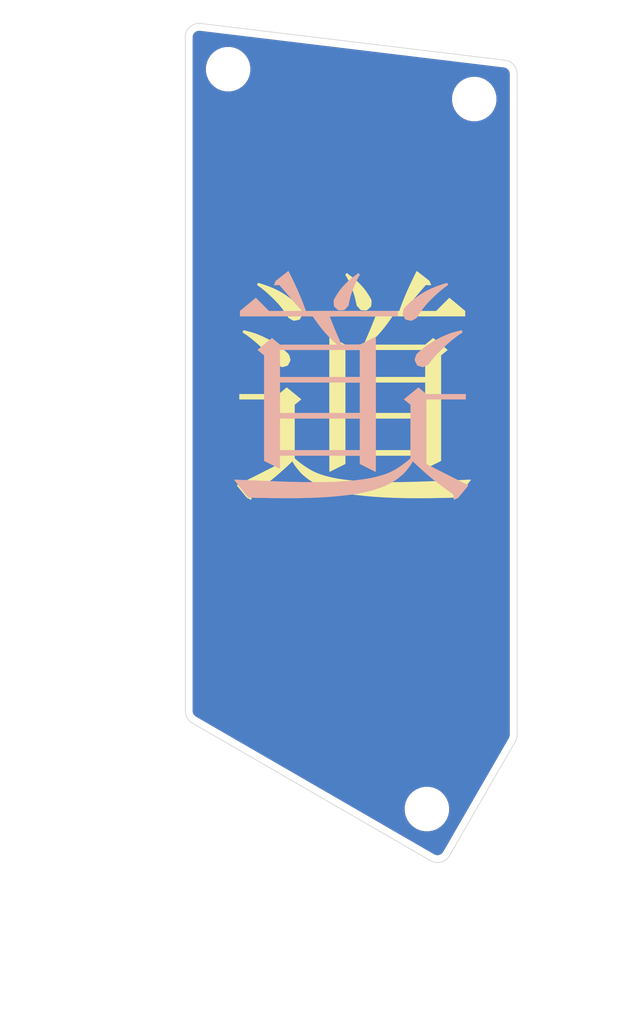
<source format=kicad_pcb>
(kicad_pcb (version 20211014) (generator pcbnew)
  (layers (0 "F.Cu" signal) (31 "B.Cu" signal) (34 "B.Paste" user) (35 "F.Paste" user) (36 "B.SilkS" user "B.Silkscreen") (37 "F.SilkS" user "F.Silkscreen") (38 "B.Mask" user) (39 "F.Mask" user) (44 "Edge.Cuts" user))
  (net 0 "")
  (footprint "MountingHole:MountingHole_2.2mm_M2" (layer "F.Cu") (at 97.9 41.176447)
    (fp_text reference "REF**" hide)
    (fp_text value "MountingHole_2.2mm_M2")
    (pad "" np_thru_hole circle locked (at 0 0) (size 2.2 2.2) (drill 2.2) (layers *.Cu *.Mask))
  )
  (footprint "MountingHole:MountingHole_2.2mm_M2" (layer "F.Cu") (at 80.099999 39.019699)
    (fp_text reference "REF**" hide)
    (fp_text value "MountingHole_2.2mm_M2")
    (pad "" np_thru_hole circle locked (at 0 0) (size 2.2 2.2) (drill 2.2) (layers *.Cu *.Mask))
  )
  (footprint "MountingHole:MountingHole_2.2mm_M2" (layer "F.Cu") (at 94.474417 92.47953)
    (fp_text reference "REF**" hide)
    (fp_text value "MountingHole_2.2mm_M2")
    (pad "" np_thru_hole circle locked (at 0 0) (size 2.2 2.2) (drill 2.2) (layers *.Cu *.Mask))
  )
  (footprint "dao-choc-ble:dao-logo" (layer "F.Cu") (at 89.099999 62.019699)
    (fp_text reference "G***" hide)
    (fp_text value "LOGO" hide)
    (fp_poly (pts (xy -6.801522 -7.551796) (xy -6.75518 -7.538639) (xy -6.688159 -7.518468) (xy -6.605203 -7.492721) (xy -6.511057 -7.462834) (xy -6.476264 -7.451637) (xy -6.082023 -7.313649) (xy -5.716473 -7.163519) (xy -5.378819 -7.000879) (xy -5.068264 -6.825358) (xy -4.913313 -6.726267) (xy -4.735231 -6.60514) (xy -4.578505 -6.493249) (xy -4.436338 -6.385146) (xy -4.301938 -6.275382) (xy -4.168508 -6.158509) (xy -4.029254 -6.029078) (xy -3.956105 -5.958713) (xy -3.713272 -5.722938) (xy -3.665499 -5.508625) (xy -3.617725 -5.294313) (xy -3.723288 -5.102511) (xy -3.828851 -4.910708) (xy -4.022117 -4.868354) (xy -4.099076 -4.852059) (xy -4.16692 -4.838746) (xy -4.218443 -4.829758) (xy -4.246437 -4.82644) (xy -4.246847 -4.826443) (xy -4.27223 -4.834215) (xy -4.31845 -4.855082) (xy -4.379055 -4.885913) (xy -4.447593 -4.923576) (xy -4.451251 -4.925661) (xy -4.624189 -5.024438) (xy -4.73992 -5.202083) (xy -4.833928 -5.34305) (xy -4.934051 -5.487259) (xy -5.035434 -5.628041) (xy -5.133222 -5.758725) (xy -5.222561 -5.872644) (xy -5.268989 -5.928874) (xy -5.389788 -6.066139) (xy -5.528225 -6.214088) (xy -5.679997 -6.368727) (xy -5.840802 -6.526059) (xy -6.006338 -6.682087) (xy -6.172302 -6.832818) (xy -6.334393 -6.974253) (xy -6.488309 -7.102398) (xy -6.629746 -7.213257) (xy -6.731 -7.286798) (xy -6.794106 -7.330646) (xy -6.847111 -7.367554) (xy -6.884922 -7.393971) (xy -6.902443 -7.406341) (xy -6.902983 -7.406747) (xy -6.902263 -7.424055) (xy -6.888987 -7.457492) (xy -6.86856 -7.497006) (xy -6.846388 -7.532547) (xy -6.827878 -7.554063) (xy -6.822438 -7.5565) (xy -6.801522 -7.551796)) (layer "F.SilkS") (width 0.01) (fill solid))
    (fp_poly (pts (xy -0.310778 -8.185853) (xy -0.24628 -8.132677) (xy -0.172737 -8.076501) (xy -0.111125 -8.032954) (xy 0.026505 -7.933446) (xy 0.175569 -7.811875) (xy 0.330809 -7.673182) (xy 0.486965 -7.522313) (xy 0.638778 -7.364209) (xy 0.78099 -7.203815) (xy 0.817994 -7.159625) (xy 0.888578 -7.06948) (xy 0.968686 -6.959415) (xy 1.052905 -6.837526) (xy 1.135821 -6.711911) (xy 1.212021 -6.590666) (xy 1.276092 -6.481889) (xy 1.299047 -6.440063) (xy 1.331305 -6.377479) (xy 1.350791 -6.330845) (xy 1.360529 -6.28857) (xy 1.363545 -6.239065) (xy 1.363278 -6.194) (xy 1.360799 -6.11553) (xy 1.356294 -6.03184) (xy 1.351371 -5.968304) (xy 1.341437 -5.86442) (xy 1.182687 -5.718471) (xy 1.125421 -5.665393) (xy 1.081527 -5.626397) (xy 1.044696 -5.599651) (xy 1.008616 -5.583326) (xy 0.966979 -5.575589) (xy 0.913474 -5.574611) (xy 0.84179 -5.578561) (xy 0.745619 -5.585608) (xy 0.728878 -5.586806) (xy 0.592568 -5.596456) (xy 0.505636 -5.691447) (xy 0.452989 -5.749052) (xy 0.398094 -5.809241) (xy 0.352721 -5.859106) (xy 0.352226 -5.859651) (xy 0.317095 -5.902138) (xy 0.293001 -5.938534) (xy 0.28575 -5.95782) (xy 0.281946 -5.993771) (xy 0.271432 -6.054421) (xy 0.255548 -6.133758) (xy 0.235636 -6.225769) (xy 0.213039 -6.324442) (xy 0.189098 -6.423764) (xy 0.165155 -6.517724) (xy 0.142553 -6.600307) (xy 0.141636 -6.603496) (xy 0.10128 -6.735107) (xy 0.052813 -6.879316) (xy -0.001945 -7.031727) (xy -0.061176 -7.187946) (xy -0.12306 -7.343577) (xy -0.185777 -7.494226) (xy -0.247509 -7.635496) (xy -0.306436 -7.762993) (xy -0.360739 -7.872322) (xy -0.408599 -7.959087) (xy -0.439171 -8.006709) (xy -0.481372 -8.066748) (xy -0.50649 -8.107675) (xy -0.515516 -8.136484) (xy -0.50944 -8.160167) (xy -0.489253 -8.185717) (xy -0.467687 -8.208016) (xy -0.407243 -8.269917) (xy -0.310778 -8.185853)) (layer "F.SilkS") (width 0.01) (fill solid))
    (fp_poly (pts (xy -7.873017 -4.130915) (xy -7.829828 -4.122578) (xy -7.765462 -4.107973) (xy -7.684603 -4.088303) (xy -7.591935 -4.064768) (xy -7.492142 -4.038569) (xy -7.389907 -4.010907) (xy -7.289914 -3.982982) (xy -7.196846 -3.955995) (xy -7.151688 -3.942409) (xy -7.028048 -3.900744) (xy -6.883223 -3.845402) (xy -6.723231 -3.779083) (xy -6.55409 -3.704486) (xy -6.381815 -3.624309) (xy -6.212425 -3.541252) (xy -6.051936 -3.458014) (xy -5.961063 -3.408349) (xy -5.743696 -3.279543) (xy -5.519478 -3.133181) (xy -5.295968 -2.974813) (xy -5.080728 -2.809987) (xy -4.881316 -2.644252) (xy -4.720558 -2.497875) (xy -4.672799 -2.451498) (xy -4.639029 -2.414989) (xy -4.614603 -2.380367) (xy -4.594879 -2.339656) (xy -4.575213 -2.284876) (xy -4.55096 -2.208047) (xy -4.549902 -2.204636) (xy -4.527639 -2.130844) (xy -4.509415 -2.066517) (xy -4.497115 -2.018591) (xy -4.492625 -1.994048) (xy -4.499465 -1.970652) (xy -4.518165 -1.925259) (xy -4.545997 -1.864074) (xy -4.580231 -1.7933) (xy -4.586061 -1.781619) (xy -4.679497 -1.595226) (xy -4.820218 -1.549162) (xy -4.91317 -1.518311) (xy -4.982152 -1.496036) (xy -5.033816 -1.482526) (xy -5.074814 -1.477968) (xy -5.111798 -1.48255) (xy -5.151419 -1.496459) (xy -5.200329 -1.519883) (xy -5.265181 -1.55301) (xy -5.283469 -1.562231) (xy -5.478758 -1.660127) (xy -5.601977 -1.822137) (xy -5.706722 -1.957639) (xy -5.806468 -2.081515) (xy -5.906288 -2.199507) (xy -6.011255 -2.317355) (xy -6.126442 -2.440801) (xy -6.256922 -2.575587) (xy -6.357131 -2.676809) (xy -6.513729 -2.829927) (xy -6.681133 -2.986427) (xy -6.855224 -3.142866) (xy -7.031888 -3.295797) (xy -7.207005 -3.441776) (xy -7.376461 -3.57736) (xy -7.536138 -3.699103) (xy -7.681918 -3.80356) (xy -7.786688 -3.872945) (xy -7.848953 -3.912343) (xy -7.900566 -3.94512) (xy -7.936093 -3.967817) (xy -7.950071 -3.976949) (xy -7.947751 -3.992431) (xy -7.936632 -4.026184) (xy -7.92085 -4.067484) (xy -7.904543 -4.105605) (xy -7.891847 -4.129824) (xy -7.890347 -4.131786) (xy -7.873017 -4.130915)) (layer "F.SilkS") (width 0.01) (fill solid))
    (fp_poly (pts (xy -4.239807 0.423473) (xy -4.128909 0.513933) (xy -4.026018 0.598202) (xy -3.933671 0.674179) (xy -3.854403 0.739761) (xy -3.790751 0.792846) (xy -3.745251 0.831332) (xy -3.720438 0.853116) (xy -3.716524 0.85725) (xy -3.728309 0.869105) (xy -3.761243 0.897391) (xy -3.811495 0.938942) (xy -3.875233 0.99059) (xy -3.948625 1.049172) (xy -3.953659 1.053161) (xy -4.191 1.241135) (xy -4.188804 5.119687) (xy -4.019246 5.266329) (xy -3.851156 5.404556) (xy -3.662008 5.547631) (xy -3.460524 5.689398) (xy -3.255428 5.823702) (xy -3.072155 5.934734) (xy -2.893959 6.032806) (xy -2.713577 6.120883) (xy -2.525849 6.200907) (xy -2.325617 6.274823) (xy -2.107721 6.344571) (xy -1.867003 6.412094) (xy -1.674813 6.460875) (xy -1.548191 6.491445) (xy -1.436703 6.517291) (xy -1.334186 6.539539) (xy -1.234475 6.559317) (xy -1.131406 6.577753) (xy -1.018814 6.595976) (xy -0.890535 6.615113) (xy -0.740405 6.636291) (xy -0.642938 6.649675) (xy -0.382606 6.683715) (xy -0.143609 6.71169) (xy 0.083671 6.734603) (xy 0.308854 6.753457) (xy 0.4445 6.763075) (xy 0.57941 6.772055) (xy 0.714805 6.781073) (xy 0.844525 6.789719) (xy 0.962409 6.797583) (xy 1.062298 6.804252) (xy 1.138032 6.809317) (xy 1.150937 6.810182) (xy 1.243868 6.815159) (xy 1.365267 6.819673) (xy 1.511857 6.823704) (xy 1.68036 6.827234) (xy 1.867497 6.830244) (xy 2.06999 6.832713) (xy 2.284561 6.834623) (xy 2.507933 6.835955) (xy 2.736826 6.836689) (xy 2.967963 6.836807) (xy 3.198066 6.836288) (xy 3.423857 6.835114) (xy 3.642056 6.833266) (xy 3.849387 6.830725) (xy 4.042572 6.82747) (xy 4.056062 6.827203) (xy 4.254176 6.822732) (xy 4.481301 6.816687) (xy 4.734741 6.809168) (xy 5.011803 6.800276) (xy 5.309791 6.790112) (xy 5.62601 6.778776) (xy 5.957765 6.766369) (xy 6.302361 6.752991) (xy 6.657104 6.738743) (xy 7.019298 6.723726) (xy 7.386248 6.70804) (xy 7.75526 6.691786) (xy 8.088312 6.67669) (xy 8.207769 6.671316) (xy 8.316499 6.666646) (xy 8.410588 6.662831) (xy 8.486123 6.660021) (xy 8.539189 6.658367) (xy 8.565871 6.658018) (xy 8.568267 6.658243) (xy 8.559416 6.670954) (xy 8.532615 6.706174) (xy 8.48969 6.761574) (xy 8.432468 6.834826) (xy 8.362775 6.923598) (xy 8.282436 7.025563) (xy 8.193279 7.13839) (xy 8.097129 7.259751) (xy 8.062363 7.303559) (xy 7.552754 7.945437) (xy 7.352221 7.955304) (xy 7.302875 7.957211) (xy 7.224877 7.959543) (xy 7.121321 7.962233) (xy 6.995302 7.965214) (xy 6.849914 7.96842) (xy 6.68825 7.971784) (xy 6.513406 7.975239) (xy 6.328475 7.978718) (xy 6.136551 7.982155) (xy 5.992812 7.984616) (xy 5.367642 7.992807) (xy 4.771919 7.995839) (xy 4.203751 7.993645) (xy 3.661246 7.986156) (xy 3.142513 7.973304) (xy 2.64566 7.955021) (xy 2.168793 7.931239) (xy 1.710022 7.90189) (xy 1.267455 7.866907) (xy 0.839199 7.826219) (xy 0.47625 7.786066) (xy 0.301392 7.765328) (xy 0.153119 7.747407) (xy 0.026473 7.731493) (xy -0.083503 7.716775) (xy -0.181767 7.702444) (xy -0.273276 7.68769) (xy -0.362987 7.671702) (xy -0.455859 7.653669) (xy -0.556848 7.632783) (xy -0.670912 7.608232) (xy -0.803009 7.579206) (xy -0.841375 7.570726) (xy -0.996668 7.536193) (xy -1.126728 7.506639) (xy -1.23738 7.480433) (xy -1.334446 7.455944) (xy -1.423748 7.431542) (xy -1.511111 7.405596) (xy -1.602356 7.376475) (xy -1.703306 7.342549) (xy -1.819785 7.302187) (xy -1.897063 7.275075) (xy -2.031712 7.227548) (xy -2.142129 7.187863) (xy -2.234091 7.153487) (xy -2.313371 7.121886) (xy -2.385746 7.090526) (xy -2.456991 7.056874) (xy -2.532881 7.018396) (xy -2.619191 6.972558) (xy -2.721697 6.916826) (xy -2.754313 6.89898) (xy -2.872429 6.833948) (xy -2.968345 6.779905) (xy -3.047919 6.732978) (xy -3.117006 6.689293) (xy -3.181466 6.64498) (xy -3.247156 6.596166) (xy -3.319932 6.538979) (xy -3.405652 6.469545) (xy -3.413125 6.463443) (xy -3.509252 6.3842) (xy -3.587104 6.317705) (xy -3.652993 6.257687) (xy -3.713231 6.197877) (xy -3.774128 6.132005) (xy -3.841995 6.053803) (xy -3.923146 5.956999) (xy -3.924051 5.955909) (xy -4.04857 5.801538) (xy -4.149535 5.666452) (xy -4.227744 5.549564) (xy -4.255266 5.503418) (xy -4.353367 5.331524) (xy -4.402778 5.376418) (xy -4.430714 5.402343) (xy -4.476571 5.445509) (xy -4.53535 5.501185) (xy -4.602052 5.564639) (xy -4.651472 5.611812) (xy -4.818304 5.768435) (xy -5.003092 5.936902) (xy -5.198096 6.110403) (xy -5.395578 6.28213) (xy -5.5878 6.445275) (xy -5.763378 6.590076) (xy -5.824302 6.638499) (xy -5.906931 6.702758) (xy -6.007359 6.779919) (xy -6.12168 6.867052) (xy -6.245989 6.961226) (xy -6.37638 7.059509) (xy -6.508946 7.158969) (xy -6.639783 7.256676) (xy -6.764984 7.349697) (xy -6.880645 7.435102) (xy -6.982858 7.509958) (xy -7.067719 7.571335) (xy -7.122599 7.610235) (xy -7.299886 7.733989) (xy -7.31117 7.923057) (xy -7.316309 7.996103) (xy -7.321995 8.055796) (xy -7.32754 8.096046) (xy -7.332259 8.110766) (xy -7.332322 8.110761) (xy -7.349891 8.103682) (xy -7.389515 8.085653) (xy -7.444721 8.05966) (xy -7.489974 8.037941) (xy -7.637761 7.966485) (xy -7.942592 7.598774) (xy -8.047647 7.472137) (xy -8.134213 7.36781) (xy -8.203934 7.283548) (xy -8.258452 7.217109) (xy -8.299411 7.166251) (xy -8.328453 7.12873) (xy -8.347222 7.102305) (xy -8.357361 7.084732) (xy -8.360512 7.073768) (xy -8.35832 7.067171) (xy -8.352427 7.062698) (xy -8.344476 7.058107) (xy -8.340677 7.055414) (xy -8.318831 7.042254) (xy -8.272509 7.017225) (xy -8.205752 6.98241) (xy -8.122603 6.939897) (xy -8.027104 6.891768) (xy -7.923298 6.84011) (xy -7.921625 6.839282) (xy -7.84272 6.800076) (xy -7.738802 6.748144) (xy -7.613163 6.685144) (xy -7.469095 6.612735) (xy -7.309891 6.532576) (xy -7.138841 6.446326) (xy -6.959239 6.355642) (xy -6.774376 6.262183) (xy -6.587544 6.167609) (xy -6.433822 6.089699) (xy -5.334956 5.532437) (xy -5.334478 3.194843) (xy -5.334 0.85725) (xy -8.1915 0.85725) (xy -8.1915 0.47625) (xy -5.337035 0.47625) (xy -5.049959 0.236942) (xy -4.762884 -0.002365) (xy -4.239807 0.423473)) (layer "F.SilkS") (width 0.01) (fill solid))
    (fp_poly (pts (xy 5.548312 -7.712667) (xy 5.615781 -7.560687) (xy 5.643658 -7.497043) (xy 5.665929 -7.444586) (xy 5.679882 -7.409802) (xy 5.683258 -7.39926) (xy 5.668427 -7.396418) (xy 5.627962 -7.39554) (xy 5.567917 -7.396605) (xy 5.494346 -7.399595) (xy 5.48879 -7.399879) (xy 5.294312 -7.409945) (xy 5.246687 -7.352488) (xy 5.219523 -7.320439) (xy 5.17634 -7.27033) (xy 5.122121 -7.207909) (xy 5.061852 -7.138924) (xy 5.031472 -7.104297) (xy 4.972836 -7.037095) (xy 4.899007 -6.951755) (xy 4.815255 -6.854412) (xy 4.726854 -6.751204) (xy 4.639074 -6.648265) (xy 4.588 -6.588125) (xy 4.396449 -6.363827) (xy 4.218787 -6.159189) (xy 4.056306 -5.975671) (xy 3.910297 -5.814732) (xy 3.787227 -5.68325) (xy 3.643312 -5.532438) (xy 6.040042 -5.524298) (xy 6.519063 -6.003125) (xy 6.998083 -6.481953) (xy 7.570059 -6.007195) (xy 8.142035 -5.532438) (xy 8.143875 -5.1435) (xy 2.876639 -5.1435) (xy 2.776479 -4.988719) (xy 2.730631 -4.920772) (xy 2.668784 -4.833342) (xy 2.594871 -4.731661) (xy 2.512823 -4.620961) (xy 2.426573 -4.506474) (xy 2.340053 -4.393431) (xy 2.257197 -4.287065) (xy 2.181937 -4.192606) (xy 2.135102 -4.135438) (xy 1.985121 -3.961005) (xy 1.822568 -3.782278) (xy 1.653527 -3.605475) (xy 1.484082 -3.436814) (xy 1.320318 -3.282513) (xy 1.175861 -3.155157) (xy 1.105535 -3.095625) (xy 3.180746 -3.095626) (xy 5.255957 -3.095626) (xy 5.541858 -3.334993) (xy 5.82776 -3.57436) (xy 5.894411 -3.520209) (xy 6.022776 -3.415781) (xy 6.150332 -3.311755) (xy 6.274703 -3.21009) (xy 6.39351 -3.112743) (xy 6.504379 -3.021672) (xy 6.604931 -2.938836) (xy 6.692791 -2.866192) (xy 6.765581 -2.805698) (xy 6.820925 -2.759313) (xy 6.856446 -2.728995) (xy 6.869767 -2.716701) (xy 6.869795 -2.716643) (xy 6.859173 -2.704156) (xy 6.827304 -2.675289) (xy 6.77794 -2.633234) (xy 6.714834 -2.581185) (xy 6.641738 -2.522332) (xy 6.635639 -2.517478) (xy 6.397625 -2.328269) (xy 6.397625 5.302161) (xy 5.842088 5.580018) (xy 5.718929 5.641419) (xy 5.604444 5.698116) (xy 5.501781 5.748577) (xy 5.414092 5.791271) (xy 5.344526 5.824667) (xy 5.296235 5.847232) (xy 5.272367 5.857435) (xy 5.270588 5.857875) (xy 5.265492 5.842159) (xy 5.261335 5.795621) (xy 5.258148 5.719178) (xy 5.255962 5.613744) (xy 5.254808 5.480235) (xy 5.254625 5.389562) (xy 5.254625 4.92125) (xy -0.523875 4.92125) (xy -0.523875 5.524414) (xy -1.09529 5.810207) (xy -1.219889 5.872429) (xy -1.335513 5.929983) (xy -1.43911 5.981364) (xy -1.527632 6.025069) (xy -1.598028 6.059592) (xy -1.647248 6.083431) (xy -1.672243 6.09508) (xy -1.674727 6.096) (xy -1.675371 6.080327) (xy -1.676001 6.034116) (xy -1.676615 5.958579) (xy -1.677212 5.854928) (xy -1.677789 5.724375) (xy -1.678345 5.568132) (xy -1.678877 5.387412) (xy -1.679384 5.183425) (xy -1.679863 4.957385) (xy -1.680313 4.710503) (xy -1.680731 4.443991) (xy -1.681116 4.159061) (xy -1.681465 3.856926) (xy -1.681776 3.538797) (xy -1.682048 3.205886) (xy -1.682279 2.859405) (xy -1.682466 2.500567) (xy -1.682566 2.238375) (xy -0.523875 2.238375) (xy -0.523875 4.524375) (xy 5.254625 4.524375) (xy 5.254625 2.238375) (xy -0.523875 2.238375) (xy -1.682566 2.238375) (xy -1.682608 2.130583) (xy -1.682702 1.750666) (xy -1.682747 1.362027) (xy -1.68275 1.214437) (xy -1.682725 0.822843) (xy -1.682649 0.439516) (xy -1.682525 0.065669) (xy -1.682354 -0.297487) (xy -1.682313 -0.365125) (xy -0.523875 -0.365125) (xy -0.523875 1.8415) (xy 5.254625 1.8415) (xy 5.254625 -0.365125) (xy -0.523875 -0.365125) (xy -1.682313 -0.365125) (xy -1.68214 -0.648739) (xy -1.681883 -0.986875) (xy -1.681586 -1.310684) (xy -1.681251 -1.618953) (xy -1.680879 -1.91047) (xy -1.680473 -2.184023) (xy -1.680035 -2.438401) (xy -1.679567 -2.672391) (xy -1.679469 -2.714625) (xy -0.523875 -2.714625) (xy -0.523875 -0.762) (xy 5.254625 -0.762) (xy 5.254625 -2.714625) (xy -0.523875 -2.714625) (xy -1.679469 -2.714625) (xy -1.67907 -2.884781) (xy -1.678547 -3.074359) (xy -1.678 -3.239914) (xy -1.677431 -3.380233) (xy -1.676841 -3.494103) (xy -1.676233 -3.580314) (xy -1.675609 -3.637653) (xy -1.67497 -3.664908) (xy -1.674727 -3.667125) (xy -1.659248 -3.660257) (xy -1.61844 -3.640655) (xy -1.555351 -3.609822) (xy -1.473031 -3.569264) (xy -1.374529 -3.520482) (xy -1.262894 -3.464983) (xy -1.141174 -3.404269) (xy -1.095028 -3.381202) (xy -0.523351 -3.095278) (xy 0.137886 -3.09942) (xy 0.799124 -3.103563) (xy 0.844581 -3.190875) (xy 0.857851 -3.218908) (xy 0.8812 -3.270952) (xy 0.913074 -3.343369) (xy 0.951918 -3.43252) (xy 0.996179 -3.534766) (xy 1.044302 -3.646469) (xy 1.094733 -3.76399) (xy 1.145917 -3.88369) (xy 1.1963 -4.001932) (xy 1.244329 -4.115075) (xy 1.288448 -4.219481) (xy 1.327103 -4.311512) (xy 1.35874 -4.387528) (xy 1.381805 -4.443892) (xy 1.394744 -4.476964) (xy 1.397 -4.484132) (xy 1.402726 -4.500133) (xy 1.418735 -4.541121) (xy 1.443273 -4.602702) (xy 1.474586 -4.680485) (xy 1.510919 -4.770076) (xy 1.524 -4.802188) (xy 1.561723 -4.895374) (xy 1.594989 -4.978847) (xy 1.622032 -5.048063) (xy 1.641083 -5.098481) (xy 1.650376 -5.125558) (xy 1.651 -5.128568) (xy 1.63527 -5.130597) (xy 1.588667 -5.132499) (xy 1.512064 -5.134268) (xy 1.406338 -5.1359) (xy 1.272362 -5.137387) (xy 1.111014 -5.138727) (xy 0.923167 -5.139912) (xy 0.709698 -5.140938) (xy 0.471481 -5.141799) (xy 0.209392 -5.142491) (xy -0.075695 -5.143007) (xy -0.382902 -5.143343) (xy -0.711357 -5.143493) (xy -0.809625 -5.1435) (xy -3.27025 -5.1435) (xy -3.27025 -5.5245) (xy 3.366628 -5.5245) (xy 3.399531 -5.599907) (xy 3.417107 -5.643053) (xy 3.442057 -5.708078) (xy 3.471334 -5.786871) (xy 3.501888 -5.87132) (xy 3.508398 -5.889625) (xy 3.557452 -6.023179) (xy 3.617575 -6.179001) (xy 3.686128 -6.350722) (xy 3.760472 -6.53197) (xy 3.837967 -6.716376) (xy 3.915975 -6.89757) (xy 3.991856 -7.069181) (xy 4.050016 -7.196936) (xy 4.10729 -7.320149) (xy 4.168221 -7.450077) (xy 4.231158 -7.583293) (xy 4.294447 -7.71637) (xy 4.356434 -7.845882) (xy 4.415467 -7.968401) (xy 4.469893 -8.080502) (xy 4.518058 -8.178758) (xy 4.55831 -8.259741) (xy 4.588995 -8.320026) (xy 4.60846 -8.356186) (xy 4.612334 -8.362535) (xy 4.64688 -8.414507) (xy 5.548312 -7.712667)) (layer "F.SilkS") (width 0.01) (fill solid))
  )
  (footprint "dao-choc-ble:dao-logo" (layer "B.Cu") (at 89.099999 62.019699 180)
    (fp_text reference "G***" hide)
    (fp_text value "LOGO" hide)
    (fp_poly (pts (xy -6.801522 7.551796) (xy -6.75518 7.538639) (xy -6.688159 7.518468) (xy -6.605203 7.492721) (xy -6.511057 7.462834) (xy -6.476264 7.451637) (xy -6.082023 7.313649) (xy -5.716473 7.163519) (xy -5.378819 7.000879) (xy -5.068264 6.825358) (xy -4.913313 6.726267) (xy -4.735231 6.60514) (xy -4.578505 6.493249) (xy -4.436338 6.385146) (xy -4.301938 6.275382) (xy -4.168508 6.158509) (xy -4.029254 6.029078) (xy -3.956105 5.958713) (xy -3.713272 5.722938) (xy -3.665499 5.508625) (xy -3.617725 5.294313) (xy -3.723288 5.102511) (xy -3.828851 4.910708) (xy -4.022117 4.868354) (xy -4.099076 4.852059) (xy -4.16692 4.838746) (xy -4.218443 4.829758) (xy -4.246437 4.82644) (xy -4.246847 4.826443) (xy -4.27223 4.834215) (xy -4.31845 4.855082) (xy -4.379055 4.885913) (xy -4.447593 4.923576) (xy -4.451251 4.925661) (xy -4.624189 5.024438) (xy -4.73992 5.202083) (xy -4.833928 5.34305) (xy -4.934051 5.487259) (xy -5.035434 5.628041) (xy -5.133222 5.758725) (xy -5.222561 5.872644) (xy -5.268989 5.928874) (xy -5.389788 6.066139) (xy -5.528225 6.214088) (xy -5.679997 6.368727) (xy -5.840802 6.526059) (xy -6.006338 6.682087) (xy -6.172302 6.832818) (xy -6.334393 6.974253) (xy -6.488309 7.102398) (xy -6.629746 7.213257) (xy -6.731 7.286798) (xy -6.794106 7.330646) (xy -6.847111 7.367554) (xy -6.884922 7.393971) (xy -6.902443 7.406341) (xy -6.902983 7.406747) (xy -6.902263 7.424055) (xy -6.888987 7.457492) (xy -6.86856 7.497006) (xy -6.846388 7.532547) (xy -6.827878 7.554063) (xy -6.822438 7.5565) (xy -6.801522 7.551796)) (layer "B.SilkS") (width 0.01) (fill solid))
    (fp_poly (pts (xy -0.310778 8.185853) (xy -0.24628 8.132677) (xy -0.172737 8.076501) (xy -0.111125 8.032954) (xy 0.026505 7.933446) (xy 0.175569 7.811875) (xy 0.330809 7.673182) (xy 0.486965 7.522313) (xy 0.638778 7.364209) (xy 0.78099 7.203815) (xy 0.817994 7.159625) (xy 0.888578 7.06948) (xy 0.968686 6.959415) (xy 1.052905 6.837526) (xy 1.135821 6.711911) (xy 1.212021 6.590666) (xy 1.276092 6.481889) (xy 1.299047 6.440063) (xy 1.331305 6.377479) (xy 1.350791 6.330845) (xy 1.360529 6.28857) (xy 1.363545 6.239065) (xy 1.363278 6.194) (xy 1.360799 6.11553) (xy 1.356294 6.03184) (xy 1.351371 5.968304) (xy 1.341437 5.86442) (xy 1.182687 5.718471) (xy 1.125421 5.665393) (xy 1.081527 5.626397) (xy 1.044696 5.599651) (xy 1.008616 5.583326) (xy 0.966979 5.575589) (xy 0.913474 5.574611) (xy 0.84179 5.578561) (xy 0.745619 5.585608) (xy 0.728878 5.586806) (xy 0.592568 5.596456) (xy 0.505636 5.691447) (xy 0.452989 5.749052) (xy 0.398094 5.809241) (xy 0.352721 5.859106) (xy 0.352226 5.859651) (xy 0.317095 5.902138) (xy 0.293001 5.938534) (xy 0.28575 5.95782) (xy 0.281946 5.993771) (xy 0.271432 6.054421) (xy 0.255548 6.133758) (xy 0.235636 6.225769) (xy 0.213039 6.324442) (xy 0.189098 6.423764) (xy 0.165155 6.517724) (xy 0.142553 6.600307) (xy 0.141636 6.603496) (xy 0.10128 6.735107) (xy 0.052813 6.879316) (xy -0.001945 7.031727) (xy -0.061176 7.187946) (xy -0.12306 7.343577) (xy -0.185777 7.494226) (xy -0.247509 7.635496) (xy -0.306436 7.762993) (xy -0.360739 7.872322) (xy -0.408599 7.959087) (xy -0.439171 8.006709) (xy -0.481372 8.066748) (xy -0.50649 8.107675) (xy -0.515516 8.136484) (xy -0.50944 8.160167) (xy -0.489253 8.185717) (xy -0.467687 8.208016) (xy -0.407243 8.269917) (xy -0.310778 8.185853)) (layer "B.SilkS") (width 0.01) (fill solid))
    (fp_poly (pts (xy -7.873017 4.130915) (xy -7.829828 4.122578) (xy -7.765462 4.107973) (xy -7.684603 4.088303) (xy -7.591935 4.064768) (xy -7.492142 4.038569) (xy -7.389907 4.010907) (xy -7.289914 3.982982) (xy -7.196846 3.955995) (xy -7.151688 3.942409) (xy -7.028048 3.900744) (xy -6.883223 3.845402) (xy -6.723231 3.779083) (xy -6.55409 3.704486) (xy -6.381815 3.624309) (xy -6.212425 3.541252) (xy -6.051936 3.458014) (xy -5.961063 3.408349) (xy -5.743696 3.279543) (xy -5.519478 3.133181) (xy -5.295968 2.974813) (xy -5.080728 2.809987) (xy -4.881316 2.644252) (xy -4.720558 2.497875) (xy -4.672799 2.451498) (xy -4.639029 2.414989) (xy -4.614603 2.380367) (xy -4.594879 2.339656) (xy -4.575213 2.284876) (xy -4.55096 2.208047) (xy -4.549902 2.204636) (xy -4.527639 2.130844) (xy -4.509415 2.066517) (xy -4.497115 2.018591) (xy -4.492625 1.994048) (xy -4.499465 1.970652) (xy -4.518165 1.925259) (xy -4.545997 1.864074) (xy -4.580231 1.7933) (xy -4.586061 1.781619) (xy -4.679497 1.595226) (xy -4.820218 1.549162) (xy -4.91317 1.518311) (xy -4.982152 1.496036) (xy -5.033816 1.482526) (xy -5.074814 1.477968) (xy -5.111798 1.48255) (xy -5.151419 1.496459) (xy -5.200329 1.519883) (xy -5.265181 1.55301) (xy -5.283469 1.562231) (xy -5.478758 1.660127) (xy -5.601977 1.822137) (xy -5.706722 1.957639) (xy -5.806468 2.081515) (xy -5.906288 2.199507) (xy -6.011255 2.317355) (xy -6.126442 2.440801) (xy -6.256922 2.575587) (xy -6.357131 2.676809) (xy -6.513729 2.829927) (xy -6.681133 2.986427) (xy -6.855224 3.142866) (xy -7.031888 3.295797) (xy -7.207005 3.441776) (xy -7.376461 3.57736) (xy -7.536138 3.699103) (xy -7.681918 3.80356) (xy -7.786688 3.872945) (xy -7.848953 3.912343) (xy -7.900566 3.94512) (xy -7.936093 3.967817) (xy -7.950071 3.976949) (xy -7.947751 3.992431) (xy -7.936632 4.026184) (xy -7.92085 4.067484) (xy -7.904543 4.105605) (xy -7.891847 4.129824) (xy -7.890347 4.131786) (xy -7.873017 4.130915)) (layer "B.SilkS") (width 0.01) (fill solid))
    (fp_poly (pts (xy 5.548312 7.712667) (xy 5.615781 7.560687) (xy 5.643658 7.497043) (xy 5.665929 7.444586) (xy 5.679882 7.409802) (xy 5.683258 7.39926) (xy 5.668427 7.396418) (xy 5.627962 7.39554) (xy 5.567917 7.396605) (xy 5.494346 7.399595) (xy 5.48879 7.399879) (xy 5.294312 7.409945) (xy 5.246687 7.352488) (xy 5.219523 7.320439) (xy 5.17634 7.27033) (xy 5.122121 7.207909) (xy 5.061852 7.138924) (xy 5.031472 7.104297) (xy 4.972836 7.037095) (xy 4.899007 6.951755) (xy 4.815255 6.854412) (xy 4.726854 6.751204) (xy 4.639074 6.648265) (xy 4.588 6.588125) (xy 4.396449 6.363827) (xy 4.218787 6.159189) (xy 4.056306 5.975671) (xy 3.910297 5.814732) (xy 3.787227 5.68325) (xy 3.643312 5.532438) (xy 6.040042 5.524298) (xy 6.519063 6.003125) (xy 6.998083 6.481953) (xy 7.570059 6.007195) (xy 8.142035 5.532438) (xy 8.143875 5.1435) (xy 2.876639 5.1435) (xy 2.776479 4.988719) (xy 2.730631 4.920772) (xy 2.668784 4.833342) (xy 2.594871 4.731661) (xy 2.512823 4.620961) (xy 2.426573 4.506474) (xy 2.340053 4.393431) (xy 2.257197 4.287065) (xy 2.181937 4.192606) (xy 2.135102 4.135438) (xy 1.985121 3.961005) (xy 1.822568 3.782278) (xy 1.653527 3.605475) (xy 1.484082 3.436814) (xy 1.320318 3.282513) (xy 1.175861 3.155157) (xy 1.105535 3.095625) (xy 3.180746 3.095626) (xy 5.255957 3.095626) (xy 5.541858 3.334993) (xy 5.82776 3.57436) (xy 5.894411 3.520209) (xy 6.022776 3.415781) (xy 6.150332 3.311755) (xy 6.274703 3.21009) (xy 6.39351 3.112743) (xy 6.504379 3.021672) (xy 6.604931 2.938836) (xy 6.692791 2.866192) (xy 6.765581 2.805698) (xy 6.820925 2.759313) (xy 6.856446 2.728995) (xy 6.869767 2.716701) (xy 6.869795 2.716643) (xy 6.859173 2.704156) (xy 6.827304 2.675289) (xy 6.77794 2.633234) (xy 6.714834 2.581185) (xy 6.641738 2.522332) (xy 6.635639 2.517478) (xy 6.397625 2.328269) (xy 6.397625 -5.302161) (xy 5.842088 -5.580018) (xy 5.718929 -5.641419) (xy 5.604444 -5.698116) (xy 5.501781 -5.748577) (xy 5.414092 -5.791271) (xy 5.344526 -5.824667) (xy 5.296235 -5.847232) (xy 5.272367 -5.857435) (xy 5.270588 -5.857875) (xy 5.265492 -5.842159) (xy 5.261335 -5.795621) (xy 5.258148 -5.719178) (xy 5.255962 -5.613744) (xy 5.254808 -5.480235) (xy 5.254625 -5.389562) (xy 5.254625 -4.92125) (xy -0.523875 -4.92125) (xy -0.523875 -5.524414) (xy -1.09529 -5.810207) (xy -1.219889 -5.872429) (xy -1.335513 -5.929983) (xy -1.43911 -5.981364) (xy -1.527632 -6.025069) (xy -1.598028 -6.059592) (xy -1.647248 -6.083431) (xy -1.672243 -6.09508) (xy -1.674727 -6.096) (xy -1.675371 -6.080327) (xy -1.676001 -6.034116) (xy -1.676615 -5.958579) (xy -1.677212 -5.854928) (xy -1.677789 -5.724375) (xy -1.678345 -5.568132) (xy -1.678877 -5.387412) (xy -1.679384 -5.183425) (xy -1.679863 -4.957385) (xy -1.680313 -4.710503) (xy -1.680731 -4.443991) (xy -1.681116 -4.159061) (xy -1.681465 -3.856926) (xy -1.681776 -3.538797) (xy -1.682048 -3.205886) (xy -1.682279 -2.859405) (xy -1.682466 -2.500567) (xy -1.682566 -2.238375) (xy -0.523875 -2.238375) (xy -0.523875 -4.524375) (xy 5.254625 -4.524375) (xy 5.254625 -2.238375) (xy -0.523875 -2.238375) (xy -1.682566 -2.238375) (xy -1.682608 -2.130583) (xy -1.682702 -1.750666) (xy -1.682747 -1.362027) (xy -1.68275 -1.214437) (xy -1.682725 -0.822843) (xy -1.682649 -0.439516) (xy -1.682525 -0.065669) (xy -1.682354 0.297487) (xy -1.682313 0.365125) (xy -0.523875 0.365125) (xy -0.523875 -1.8415) (xy 5.254625 -1.8415) (xy 5.254625 0.365125) (xy -0.523875 0.365125) (xy -1.682313 0.365125) (xy -1.68214 0.648739) (xy -1.681883 0.986875) (xy -1.681586 1.310684) (xy -1.681251 1.618953) (xy -1.680879 1.91047) (xy -1.680473 2.184023) (xy -1.680035 2.438401) (xy -1.679567 2.672391) (xy -1.679469 2.714625) (xy -0.523875 2.714625) (xy -0.523875 0.762) (xy 5.254625 0.762) (xy 5.254625 2.714625) (xy -0.523875 2.714625) (xy -1.679469 2.714625) (xy -1.67907 2.884781) (xy -1.678547 3.074359) (xy -1.678 3.239914) (xy -1.677431 3.380233) (xy -1.676841 3.494103) (xy -1.676233 3.580314) (xy -1.675609 3.637653) (xy -1.67497 3.664908) (xy -1.674727 3.667125) (xy -1.659248 3.660257) (xy -1.61844 3.640655) (xy -1.555351 3.609822) (xy -1.473031 3.569264) (xy -1.374529 3.520482) (xy -1.262894 3.464983) (xy -1.141174 3.404269) (xy -1.095028 3.381202) (xy -0.523351 3.095278) (xy 0.137886 3.09942) (xy 0.799124 3.103563) (xy 0.844581 3.190875) (xy 0.857851 3.218908) (xy 0.8812 3.270952) (xy 0.913074 3.343369) (xy 0.951918 3.43252) (xy 0.996179 3.534766) (xy 1.044302 3.646469) (xy 1.094733 3.76399) (xy 1.145917 3.88369) (xy 1.1963 4.001932) (xy 1.244329 4.115075) (xy 1.288448 4.219481) (xy 1.327103 4.311512) (xy 1.35874 4.387528) (xy 1.381805 4.443892) (xy 1.394744 4.476964) (xy 1.397 4.484132) (xy 1.402726 4.500133) (xy 1.418735 4.541121) (xy 1.443273 4.602702) (xy 1.474586 4.680485) (xy 1.510919 4.770076) (xy 1.524 4.802188) (xy 1.561723 4.895374) (xy 1.594989 4.978847) (xy 1.622032 5.048063) (xy 1.641083 5.098481) (xy 1.650376 5.125558) (xy 1.651 5.128568) (xy 1.63527 5.130597) (xy 1.588667 5.132499) (xy 1.512064 5.134268) (xy 1.406338 5.1359) (xy 1.272362 5.137387) (xy 1.111014 5.138727) (xy 0.923167 5.139912) (xy 0.709698 5.140938) (xy 0.471481 5.141799) (xy 0.209392 5.142491) (xy -0.075695 5.143007) (xy -0.382902 5.143343) (xy -0.711357 5.143493) (xy -0.809625 5.1435) (xy -3.27025 5.1435) (xy -3.27025 5.5245) (xy 3.366628 5.5245) (xy 3.399531 5.599907) (xy 3.417107 5.643053) (xy 3.442057 5.708078) (xy 3.471334 5.786871) (xy 3.501888 5.87132) (xy 3.508398 5.889625) (xy 3.557452 6.023179) (xy 3.617575 6.179001) (xy 3.686128 6.350722) (xy 3.760472 6.53197) (xy 3.837967 6.716376) (xy 3.915975 6.89757) (xy 3.991856 7.069181) (xy 4.050016 7.196936) (xy 4.10729 7.320149) (xy 4.168221 7.450077) (xy 4.231158 7.583293) (xy 4.294447 7.71637) (xy 4.356434 7.845882) (xy 4.415467 7.968401) (xy 4.469893 8.080502) (xy 4.518058 8.178758) (xy 4.55831 8.259741) (xy 4.588995 8.320026) (xy 4.60846 8.356186) (xy 4.612334 8.362535) (xy 4.64688 8.414507) (xy 5.548312 7.712667)) (layer "B.SilkS") (width 0.01) (fill solid))
    (fp_poly (pts (xy -4.239807 -0.423473) (xy -4.128909 -0.513933) (xy -4.026018 -0.598202) (xy -3.933671 -0.674179) (xy -3.854403 -0.739761) (xy -3.790751 -0.792846) (xy -3.745251 -0.831332) (xy -3.720438 -0.853116) (xy -3.716524 -0.85725) (xy -3.728309 -0.869105) (xy -3.761243 -0.897391) (xy -3.811495 -0.938942) (xy -3.875233 -0.99059) (xy -3.948625 -1.049172) (xy -3.953659 -1.053161) (xy -4.191 -1.241135) (xy -4.188804 -5.119687) (xy -4.019246 -5.266329) (xy -3.851156 -5.404556) (xy -3.662008 -5.547631) (xy -3.460524 -5.689398) (xy -3.255428 -5.823702) (xy -3.072155 -5.934734) (xy -2.893959 -6.032806) (xy -2.713577 -6.120883) (xy -2.525849 -6.200907) (xy -2.325617 -6.274823) (xy -2.107721 -6.344571) (xy -1.867003 -6.412094) (xy -1.674813 -6.460875) (xy -1.548191 -6.491445) (xy -1.436703 -6.517291) (xy -1.334186 -6.539539) (xy -1.234475 -6.559317) (xy -1.131406 -6.577753) (xy -1.018814 -6.595976) (xy -0.890535 -6.615113) (xy -0.740405 -6.636291) (xy -0.642938 -6.649675) (xy -0.382606 -6.683715) (xy -0.143609 -6.71169) (xy 0.083671 -6.734603) (xy 0.308854 -6.753457) (xy 0.4445 -6.763075) (xy 0.57941 -6.772055) (xy 0.714805 -6.781073) (xy 0.844525 -6.789719) (xy 0.962409 -6.797583) (xy 1.062298 -6.804252) (xy 1.138032 -6.809317) (xy 1.150937 -6.810182) (xy 1.243868 -6.815159) (xy 1.365267 -6.819673) (xy 1.511857 -6.823704) (xy 1.68036 -6.827234) (xy 1.867497 -6.830244) (xy 2.06999 -6.832713) (xy 2.284561 -6.834623) (xy 2.507933 -6.835955) (xy 2.736826 -6.836689) (xy 2.967963 -6.836807) (xy 3.198066 -6.836288) (xy 3.423857 -6.835114) (xy 3.642056 -6.833266) (xy 3.849387 -6.830725) (xy 4.042572 -6.82747) (xy 4.056062 -6.827203) (xy 4.254176 -6.822732) (xy 4.481301 -6.816687) (xy 4.734741 -6.809168) (xy 5.011803 -6.800276) (xy 5.309791 -6.790112) (xy 5.62601 -6.778776) (xy 5.957765 -6.766369) (xy 6.302361 -6.752991) (xy 6.657104 -6.738743) (xy 7.019298 -6.723726) (xy 7.386248 -6.70804) (xy 7.75526 -6.691786) (xy 8.088312 -6.67669) (xy 8.207769 -6.671316) (xy 8.316499 -6.666646) (xy 8.410588 -6.662831) (xy 8.486123 -6.660021) (xy 8.539189 -6.658367) (xy 8.565871 -6.658018) (xy 8.568267 -6.658243) (xy 8.559416 -6.670954) (xy 8.532615 -6.706174) (xy 8.48969 -6.761574) (xy 8.432468 -6.834826) (xy 8.362775 -6.923598) (xy 8.282436 -7.025563) (xy 8.193279 -7.13839) (xy 8.097129 -7.259751) (xy 8.062363 -7.303559) (xy 7.552754 -7.945437) (xy 7.352221 -7.955304) (xy 7.302875 -7.957211) (xy 7.224877 -7.959543) (xy 7.121321 -7.962233) (xy 6.995302 -7.965214) (xy 6.849914 -7.96842) (xy 6.68825 -7.971784) (xy 6.513406 -7.975239) (xy 6.328475 -7.978718) (xy 6.136551 -7.982155) (xy 5.992812 -7.984616) (xy 5.367642 -7.992807) (xy 4.771919 -7.995839) (xy 4.203751 -7.993645) (xy 3.661246 -7.986156) (xy 3.142513 -7.973304) (xy 2.64566 -7.955021) (xy 2.168793 -7.931239) (xy 1.710022 -7.90189) (xy 1.267455 -7.866907) (xy 0.839199 -7.826219) (xy 0.47625 -7.786066) (xy 0.301392 -7.765328) (xy 0.153119 -7.747407) (xy 0.026473 -7.731493) (xy -0.083503 -7.716775) (xy -0.181767 -7.702444) (xy -0.273276 -7.68769) (xy -0.362987 -7.671702) (xy -0.455859 -7.653669) (xy -0.556848 -7.632783) (xy -0.670912 -7.608232) (xy -0.803009 -7.579206) (xy -0.841375 -7.570726) (xy -0.996668 -7.536193) (xy -1.126728 -7.506639) (xy -1.23738 -7.480433) (xy -1.334446 -7.455944) (xy -1.423748 -7.431542) (xy -1.511111 -7.405596) (xy -1.602356 -7.376475) (xy -1.703306 -7.342549) (xy -1.819785 -7.302187) (xy -1.897063 -7.275075) (xy -2.031712 -7.227548) (xy -2.142129 -7.187863) (xy -2.234091 -7.153487) (xy -2.313371 -7.121886) (xy -2.385746 -7.090526) (xy -2.456991 -7.056874) (xy -2.532881 -7.018396) (xy -2.619191 -6.972558) (xy -2.721697 -6.916826) (xy -2.754313 -6.89898) (xy -2.872429 -6.833948) (xy -2.968345 -6.779905) (xy -3.047919 -6.732978) (xy -3.117006 -6.689293) (xy -3.181466 -6.64498) (xy -3.247156 -6.596166) (xy -3.319932 -6.538979) (xy -3.405652 -6.469545) (xy -3.413125 -6.463443) (xy -3.509252 -6.3842) (xy -3.587104 -6.317705) (xy -3.652993 -6.257687) (xy -3.713231 -6.197877) (xy -3.774128 -6.132005) (xy -3.841995 -6.053803) (xy -3.923146 -5.956999) (xy -3.924051 -5.955909) (xy -4.04857 -5.801538) (xy -4.149535 -5.666452) (xy -4.227744 -5.549564) (xy -4.255266 -5.503418) (xy -4.353367 -5.331524) (xy -4.402778 -5.376418) (xy -4.430714 -5.402343) (xy -4.476571 -5.445509) (xy -4.53535 -5.501185) (xy -4.602052 -5.564639) (xy -4.651472 -5.611812) (xy -4.818304 -5.768435) (xy -5.003092 -5.936902) (xy -5.198096 -6.110403) (xy -5.395578 -6.28213) (xy -5.5878 -6.445275) (xy -5.763378 -6.590076) (xy -5.824302 -6.638499) (xy -5.906931 -6.702758) (xy -6.007359 -6.779919) (xy -6.12168 -6.867052) (xy -6.245989 -6.961226) (xy -6.37638 -7.059509) (xy -6.508946 -7.158969) (xy -6.639783 -7.256676) (xy -6.764984 -7.349697) (xy -6.880645 -7.435102) (xy -6.982858 -7.509958) (xy -7.067719 -7.571335) (xy -7.122599 -7.610235) (xy -7.299886 -7.733989) (xy -7.31117 -7.923057) (xy -7.316309 -7.996103) (xy -7.321995 -8.055796) (xy -7.32754 -8.096046) (xy -7.332259 -8.110766) (xy -7.332322 -8.110761) (xy -7.349891 -8.103682) (xy -7.389515 -8.085653) (xy -7.444721 -8.05966) (xy -7.489974 -8.037941) (xy -7.637761 -7.966485) (xy -7.942592 -7.598774) (xy -8.047647 -7.472137) (xy -8.134213 -7.36781) (xy -8.203934 -7.283548) (xy -8.258452 -7.217109) (xy -8.299411 -7.166251) (xy -8.328453 -7.12873) (xy -8.347222 -7.102305) (xy -8.357361 -7.084732) (xy -8.360512 -7.073768) (xy -8.35832 -7.067171) (xy -8.352427 -7.062698) (xy -8.344476 -7.058107) (xy -8.340677 -7.055414) (xy -8.318831 -7.042254) (xy -8.272509 -7.017225) (xy -8.205752 -6.98241) (xy -8.122603 -6.939897) (xy -8.027104 -6.891768) (xy -7.923298 -6.84011) (xy -7.921625 -6.839282) (xy -7.84272 -6.800076) (xy -7.738802 -6.748144) (xy -7.613163 -6.685144) (xy -7.469095 -6.612735) (xy -7.309891 -6.532576) (xy -7.138841 -6.446326) (xy -6.959239 -6.355642) (xy -6.774376 -6.262183) (xy -6.587544 -6.167609) (xy -6.433822 -6.089699) (xy -5.334956 -5.532437) (xy -5.334478 -3.194843) (xy -5.334 -0.85725) (xy -8.1915 -0.85725) (xy -8.1915 -0.47625) (xy -5.337035 -0.47625) (xy -5.049959 -0.236942) (xy -4.762884 0.002365) (xy -4.239807 -0.423473)) (layer "B.SilkS") (width 0.01) (fill solid))
  )
  (gr_arc (start 96.109097 95.848183) (mid 95.50189 96.314109) (end 94.743071 96.214209) (layer "Edge.Cuts") (width 0.05))
  (gr_arc (start 101 87.108941) (mid 100.965926 87.36776) (end 100.866025 87.608941) (layer "Edge.Cuts") (width 0.05))
  (gr_line (start 100.866025 87.608941) (end 96.109096 95.848183) (layer "Edge.Cuts") (width 0.05))
  (gr_line (start 94.743071 96.214209) (end 77.499999 86.258917) (layer "Edge.Cuts") (width 0.05))
  (gr_arc (start 100.14704 38.372268) (mid 100.757311 38.708344) (end 101 39.361398) (layer "Edge.Cuts") (width 0.05))
  (gr_line (start 78.092211 35.713822) (end 100.14704 38.372268) (layer "Edge.Cuts") (width 0.05))
  (gr_arc (start 77.499999 86.258916) (mid 77.133974 85.892891) (end 76.999999 85.392891) (layer "Edge.Cuts") (width 0.05))
  (gr_line (start 76.999999 85.392891) (end 77 36.709561) (layer "Edge.Cuts") (width 0.05))
  (gr_arc (start 77 36.709562) (mid 77.326283 35.970572) (end 78.092211 35.713822) (layer "Edge.Cuts") (width 0.05))
  (gr_line (start 101 39.361398) (end 101 87.108941) (layer "Edge.Cuts") (width 0.05))
  (zone (net 0) (net_name "") (layer "F.Cu") (connect_pads (clearance 0.508)) (min_thickness 0.254) (fill yes (thermal_gap 0.508) (thermal_bridge_width 0.508))
    (polygon (pts (xy 109.099999 108.019699) (xy 63.599999 105.019699) (xy 74.099999 35.019699) (xy 106.099999 34.019699)))
  )
  (zone (net 0) (net_name "") (layer "B.Cu") (connect_pads (clearance 0.508)) (min_thickness 0.254) (fill yes (thermal_gap 0.508) (thermal_bridge_width 0.508))
    (polygon (pts (xy 109.099999 108.019699) (xy 63.599999 105.019699) (xy 74.099999 35.019699) (xy 106.099999 34.019699)))
  )
)
</source>
